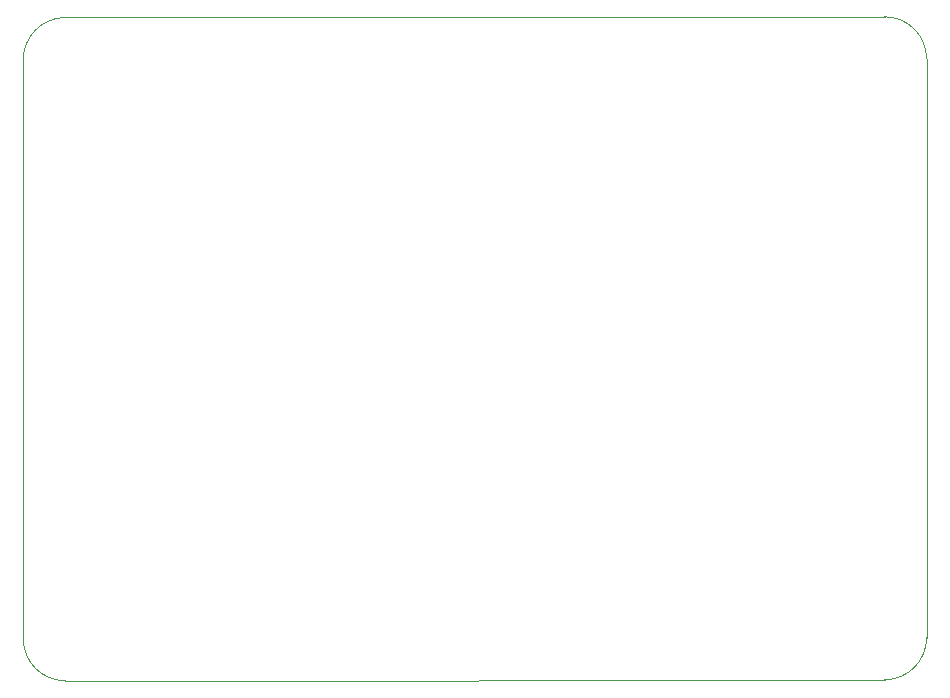
<source format=gm1>
%TF.GenerationSoftware,KiCad,Pcbnew,7.0.6-0*%
%TF.CreationDate,2024-03-05T22:32:30-08:00*%
%TF.ProjectId,New Groundstation,4e657720-4772-46f7-956e-647374617469,rev?*%
%TF.SameCoordinates,Original*%
%TF.FileFunction,Profile,NP*%
%FSLAX46Y46*%
G04 Gerber Fmt 4.6, Leading zero omitted, Abs format (unit mm)*
G04 Created by KiCad (PCBNEW 7.0.6-0) date 2024-03-05 22:32:30*
%MOMM*%
%LPD*%
G01*
G04 APERTURE LIST*
%TA.AperFunction,Profile*%
%ADD10C,0.100000*%
%TD*%
G04 APERTURE END LIST*
D10*
X96430472Y-121310528D02*
G75*
G03*
X99986409Y-124866528I3556028J28D01*
G01*
X96423627Y-121316083D02*
X96423627Y-72294083D01*
X169353937Y-68643886D02*
X99884937Y-68707000D01*
X169353937Y-124777937D02*
G75*
G03*
X172909937Y-121221886I-37J3556037D01*
G01*
X172909937Y-72199886D02*
X172909937Y-121221886D01*
X99884937Y-68707012D02*
G75*
G03*
X96423627Y-72294083I128063J-3587088D01*
G01*
X172909914Y-72199886D02*
G75*
G03*
X169353937Y-68643886I-3556014J-14D01*
G01*
X169353937Y-124777886D02*
X99986409Y-124866528D01*
M02*

</source>
